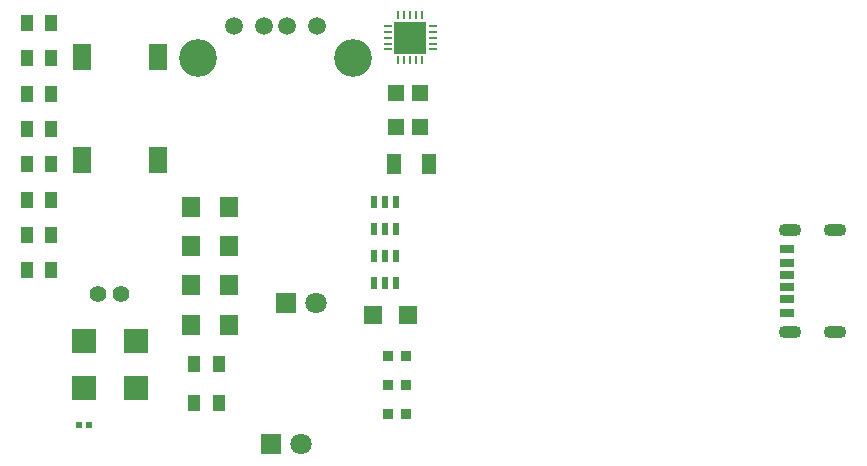
<source format=gbr>
%TF.GenerationSoftware,KiCad,Pcbnew,9.0.7*%
%TF.CreationDate,2026-01-22T13:23:29-08:00*%
%TF.ProjectId,charging-circuit,63686172-6769-46e6-972d-636972637569,rev?*%
%TF.SameCoordinates,Original*%
%TF.FileFunction,Copper,L1,Top*%
%TF.FilePolarity,Positive*%
%FSLAX46Y46*%
G04 Gerber Fmt 4.6, Leading zero omitted, Abs format (unit mm)*
G04 Created by KiCad (PCBNEW 9.0.7) date 2026-01-22 13:23:29*
%MOMM*%
%LPD*%
G01*
G04 APERTURE LIST*
%TA.AperFunction,SMDPad,CuDef*%
%ADD10R,0.810000X0.860000*%
%TD*%
%TA.AperFunction,SMDPad,CuDef*%
%ADD11R,2.000000X2.000000*%
%TD*%
%TA.AperFunction,SMDPad,CuDef*%
%ADD12R,1.130000X1.380000*%
%TD*%
%TA.AperFunction,SMDPad,CuDef*%
%ADD13R,1.000000X1.400000*%
%TD*%
%TA.AperFunction,SMDPad,CuDef*%
%ADD14R,0.530000X1.070000*%
%TD*%
%TA.AperFunction,SMDPad,CuDef*%
%ADD15R,1.600000X2.200000*%
%TD*%
%TA.AperFunction,SMDPad,CuDef*%
%ADD16R,1.200000X0.700000*%
%TD*%
%TA.AperFunction,SMDPad,CuDef*%
%ADD17R,1.200000X0.800000*%
%TD*%
%TA.AperFunction,ComponentPad*%
%ADD18O,1.900000X1.100000*%
%TD*%
%TA.AperFunction,SMDPad,CuDef*%
%ADD19R,1.490000X1.730000*%
%TD*%
%TA.AperFunction,SMDPad,CuDef*%
%ADD20R,1.410000X1.350000*%
%TD*%
%TA.AperFunction,ComponentPad*%
%ADD21R,1.800000X1.800000*%
%TD*%
%TA.AperFunction,ComponentPad*%
%ADD22C,1.800000*%
%TD*%
%TA.AperFunction,SMDPad,CuDef*%
%ADD23R,1.490000X1.620000*%
%TD*%
%TA.AperFunction,SMDPad,CuDef*%
%ADD24R,1.210000X1.700000*%
%TD*%
%TA.AperFunction,ComponentPad*%
%ADD25C,1.520000*%
%TD*%
%TA.AperFunction,ComponentPad*%
%ADD26C,3.200000*%
%TD*%
%TA.AperFunction,ComponentPad*%
%ADD27C,1.400000*%
%TD*%
%TA.AperFunction,SMDPad,CuDef*%
%ADD28R,0.500000X0.540000*%
%TD*%
%TA.AperFunction,SMDPad,CuDef*%
%ADD29R,0.280000X0.660000*%
%TD*%
%TA.AperFunction,SMDPad,CuDef*%
%ADD30R,0.660000X0.280000*%
%TD*%
%TA.AperFunction,SMDPad,CuDef*%
%ADD31R,2.700000X2.700000*%
%TD*%
G04 APERTURE END LIST*
D10*
%TO.P,R4,1,1*%
%TO.N,GND*%
X102640000Y-102870000D03*
%TO.P,R4,2,2*%
%TO.N,Net-(U2-FB)*%
X104140000Y-102870000D03*
%TD*%
D11*
%TO.P,D6,1,K*%
%TO.N,Net-(D6-K)*%
X76915000Y-100670000D03*
%TO.P,D6,2,A*%
%TO.N,/5 Vout*%
X81315000Y-100670000D03*
%TD*%
D12*
%TO.P,R11,1,1*%
%TO.N,Net-(U4-~{PG})*%
X72080000Y-87680000D03*
%TO.P,R11,2,2*%
%TO.N,Net-(LED1-K)*%
X74080000Y-87680000D03*
%TD*%
%TO.P,R6,1,1*%
%TO.N,Net-(U4-STAT1{slash}~{LBO})*%
X72080000Y-72730000D03*
%TO.P,R6,2,2*%
%TO.N,Net-(LED2-K)*%
X74080000Y-72730000D03*
%TD*%
D13*
%TO.P,LED3,1,A*%
%TO.N,VBUS*%
X88310000Y-101890000D03*
%TO.P,LED3,2,K*%
%TO.N,Net-(LED3-K)*%
X86210000Y-101890000D03*
%TD*%
D14*
%TO.P,U3,1,SW*%
%TO.N,Net-(D4-K)*%
X101390000Y-91790000D03*
%TO.P,U3,2,GND*%
%TO.N,GND*%
X102340000Y-91790000D03*
%TO.P,U3,3,FB*%
%TO.N,Net-(U3-FB)*%
X103290000Y-91790000D03*
%TO.P,U3,4,EN*%
%TO.N,/VSYS*%
X103290000Y-89490000D03*
%TO.P,U3,5,IN*%
%TO.N,Net-(U3-IN)*%
X102340000Y-89490000D03*
%TO.P,U3,6,NC*%
%TO.N,unconnected-(U3-NC-Pad6)*%
X101390000Y-89490000D03*
%TD*%
D11*
%TO.P,D4,1,K*%
%TO.N,Net-(D4-K)*%
X76915000Y-96660000D03*
%TO.P,D4,2,A*%
%TO.N,Net-(D4-A)*%
X81315000Y-96660000D03*
%TD*%
D15*
%TO.P,L2,1,1*%
%TO.N,Net-(U3-IN)*%
X76715000Y-81370000D03*
%TO.P,L2,2,2*%
%TO.N,Net-(D4-K)*%
X83115000Y-81370000D03*
%TD*%
D12*
%TO.P,R3,1,1*%
%TO.N,/5 Vout*%
X72080000Y-69740000D03*
%TO.P,R3,2,2*%
%TO.N,Net-(U2-FB)*%
X74080000Y-69740000D03*
%TD*%
D13*
%TO.P,LED1,1,A*%
%TO.N,VBUS*%
X88310000Y-98580000D03*
%TO.P,LED1,2,K*%
%TO.N,Net-(LED1-K)*%
X86210000Y-98580000D03*
%TD*%
D16*
%TO.P,J1,A5,CC1*%
%TO.N,Net-(J1-CC1)*%
X136400000Y-92100000D03*
%TO.P,J1,A9,VBUS*%
%TO.N,VBUS*%
X136400000Y-90100000D03*
D17*
%TO.P,J1,A12,GND*%
%TO.N,GND*%
X136400000Y-88900000D03*
D16*
%TO.P,J1,B5,CC2*%
%TO.N,Net-(J1-CC2)*%
X136400000Y-91100000D03*
%TO.P,J1,B9,VBUS*%
%TO.N,VBUS*%
X136400000Y-93100000D03*
D17*
%TO.P,J1,B12,GND*%
%TO.N,GND*%
X136400000Y-94300000D03*
D18*
%TO.P,J1,S1,SHIELD*%
X136650000Y-95920000D03*
X140460000Y-95920000D03*
X136650000Y-87280000D03*
X140460000Y-87280000D03*
%TD*%
D10*
%TO.P,R1,1,1*%
%TO.N,Net-(J1-CC1)*%
X102640000Y-97930000D03*
%TO.P,R1,2,2*%
%TO.N,GND*%
X104140000Y-97930000D03*
%TD*%
D19*
%TO.P,C4,1,1*%
%TO.N,Net-(U2-IN)*%
X85960000Y-88610000D03*
%TO.P,C4,2,2*%
%TO.N,GND*%
X89140000Y-88610000D03*
%TD*%
D20*
%TO.P,C6,1,1*%
%TO.N,Net-(U4-V_{BAT_SENSE})*%
X103290000Y-78590000D03*
%TO.P,C6,2,2*%
%TO.N,GND*%
X105290000Y-78590000D03*
%TD*%
D12*
%TO.P,R7,1,1*%
%TO.N,Net-(U4-STAT2)*%
X72080000Y-75720000D03*
%TO.P,R7,2,2*%
%TO.N,Net-(LED3-K)*%
X74080000Y-75720000D03*
%TD*%
%TO.P,R10,1,1*%
%TO.N,Net-(U3-FB)*%
X72080000Y-84690000D03*
%TO.P,R10,2,2*%
%TO.N,GND*%
X74080000Y-84690000D03*
%TD*%
D21*
%TO.P,H2,1,1*%
%TO.N,GND*%
X93955000Y-93425000D03*
D22*
%TO.P,H2,2,2*%
%TO.N,/5 Vout*%
X96495000Y-93425000D03*
%TD*%
D19*
%TO.P,C8,1,1*%
%TO.N,Net-(U3-IN)*%
X85960000Y-95270000D03*
%TO.P,C8,2,2*%
%TO.N,GND*%
X89140000Y-95270000D03*
%TD*%
D23*
%TO.P,LED2,1,A*%
%TO.N,VBUS*%
X104290000Y-94480000D03*
%TO.P,LED2,2,K*%
%TO.N,Net-(LED2-K)*%
X101310000Y-94480000D03*
%TD*%
D15*
%TO.P,L1,1,1*%
%TO.N,Net-(U2-IN)*%
X76715000Y-72620000D03*
%TO.P,L1,2,2*%
%TO.N,Net-(D6-K)*%
X83115000Y-72620000D03*
%TD*%
D14*
%TO.P,U2,1,SW*%
%TO.N,Net-(D6-K)*%
X101390000Y-87165000D03*
%TO.P,U2,2,GND*%
%TO.N,GND*%
X102340000Y-87165000D03*
%TO.P,U2,3,FB*%
%TO.N,Net-(U2-FB)*%
X103290000Y-87165000D03*
%TO.P,U2,4,EN*%
%TO.N,/VSYS*%
X103290000Y-84865000D03*
%TO.P,U2,5,IN*%
%TO.N,Net-(U2-IN)*%
X102340000Y-84865000D03*
%TO.P,U2,6,NC*%
%TO.N,unconnected-(U2-NC-Pad6)*%
X101390000Y-84865000D03*
%TD*%
D12*
%TO.P,RPROG3,1,1*%
%TO.N,Net-(R8-Pad1)*%
X72080000Y-90670000D03*
%TO.P,RPROG3,2,2*%
%TO.N,Net-(U4-PROG3)*%
X74080000Y-90670000D03*
%TD*%
D24*
%TO.P,RPROG1,1,1*%
%TO.N,Net-(R8-Pad1)*%
X103160000Y-81720000D03*
%TO.P,RPROG1,2,2*%
%TO.N,Net-(U4-PROG1)*%
X106120000Y-81720000D03*
%TD*%
D12*
%TO.P,R9,1,1*%
%TO.N,Net-(D4-A)*%
X72080000Y-81700000D03*
%TO.P,R9,2,2*%
%TO.N,Net-(U3-FB)*%
X74080000Y-81700000D03*
%TD*%
D10*
%TO.P,R2,1,1*%
%TO.N,Net-(J1-CC2)*%
X102640000Y-100400000D03*
%TO.P,R2,2,2*%
%TO.N,GND*%
X104140000Y-100400000D03*
%TD*%
D19*
%TO.P,C5,1,1*%
%TO.N,/5 Vout*%
X85960000Y-91940000D03*
%TO.P,C5,2,2*%
%TO.N,GND*%
X89140000Y-91940000D03*
%TD*%
D20*
%TO.P,C2,1,1*%
%TO.N,/VSYS*%
X103290000Y-75640000D03*
%TO.P,C2,2,2*%
%TO.N,GND*%
X105290000Y-75640000D03*
%TD*%
D19*
%TO.P,C3,1,1*%
%TO.N,Net-(D4-A)*%
X85960000Y-85280000D03*
%TO.P,C3,2,2*%
%TO.N,GND*%
X89140000Y-85280000D03*
%TD*%
D25*
%TO.P,J2,1,VBUS*%
%TO.N,/5 Vout*%
X89585000Y-69980000D03*
%TO.P,J2,2,D-*%
%TO.N,Net-(J2-D+)*%
X92085000Y-69980000D03*
%TO.P,J2,3,D+*%
X94085000Y-69980000D03*
%TO.P,J2,4,GND*%
%TO.N,GND*%
X96585000Y-69980000D03*
D26*
%TO.P,J2,5,Shield*%
X86515000Y-72680000D03*
X99655000Y-72680000D03*
%TD*%
D21*
%TO.P,H1,1,1*%
%TO.N,GND*%
X92710000Y-105410000D03*
D22*
%TO.P,H1,2,2*%
%TO.N,/12 Vout*%
X95250000Y-105410000D03*
%TD*%
D27*
%TO.P,U5,1,1*%
%TO.N,GND*%
X80040000Y-92685000D03*
%TO.P,U5,2,2*%
%TO.N,Net-(U4-V_{BAT_SENSE})*%
X78040000Y-92685000D03*
%TD*%
D28*
%TO.P,C7,1,1*%
%TO.N,VBUS*%
X76440000Y-103750000D03*
%TO.P,C7,2,2*%
%TO.N,GND*%
X77280000Y-103750000D03*
%TD*%
D12*
%TO.P,R8,1,1*%
%TO.N,Net-(R8-Pad1)*%
X72080000Y-78710000D03*
%TO.P,R8,2,2*%
%TO.N,Net-(U4-THERM)*%
X74080000Y-78710000D03*
%TD*%
D29*
%TO.P,U4,1,OUT*%
%TO.N,/VSYS*%
X103495000Y-72895000D03*
%TO.P,U4,2,VPCC*%
%TO.N,VBUS*%
X103995000Y-72895000D03*
%TO.P,U4,3,SEL*%
X104495000Y-72895000D03*
%TO.P,U4,4,PROG2*%
X104995000Y-72895000D03*
%TO.P,U4,5,THERM*%
%TO.N,Net-(U4-THERM)*%
X105495000Y-72895000D03*
D30*
%TO.P,U4,6,~{PG}*%
%TO.N,Net-(U4-~{PG})*%
X106405000Y-71985000D03*
%TO.P,U4,7,STAT2*%
%TO.N,Net-(U4-STAT2)*%
X106405000Y-71485000D03*
%TO.P,U4,8,STAT1/~{LBO}*%
%TO.N,Net-(U4-STAT1{slash}~{LBO})*%
X106405000Y-70985000D03*
%TO.P,U4,9,~{TE}*%
%TO.N,VBUS*%
X106405000Y-70485000D03*
%TO.P,U4,10,V_{SS}*%
%TO.N,GND*%
X106405000Y-69985000D03*
D29*
%TO.P,U4,11,V_{SS}*%
X105495000Y-69075000D03*
%TO.P,U4,12,PROG3*%
%TO.N,Net-(U4-PROG3)*%
X104995000Y-69075000D03*
%TO.P,U4,13,PROG1*%
%TO.N,Net-(U4-PROG1)*%
X104495000Y-69075000D03*
%TO.P,U4,14,V_{BAT}*%
%TO.N,Net-(U4-V_{BAT_SENSE})*%
X103995000Y-69075000D03*
%TO.P,U4,15,V_{BAT}*%
X103495000Y-69075000D03*
D30*
%TO.P,U4,16,V_{BAT_SENSE}*%
X102585000Y-69985000D03*
%TO.P,U4,17,CE*%
%TO.N,VBUS*%
X102585000Y-70485000D03*
%TO.P,U4,18,IN*%
X102585000Y-70985000D03*
%TO.P,U4,19,IN*%
X102585000Y-71485000D03*
%TO.P,U4,20,OUT*%
%TO.N,/VSYS*%
X102585000Y-71985000D03*
D31*
%TO.P,U4,21,V_{SS}*%
%TO.N,GND*%
X104495000Y-70985000D03*
%TD*%
M02*

</source>
